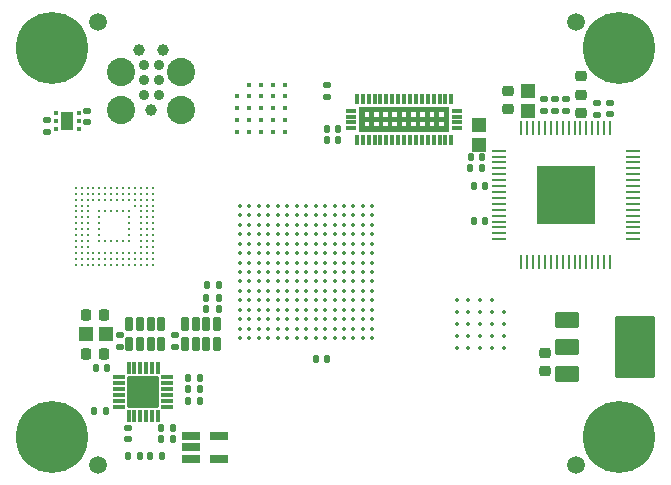
<source format=gts>
%TF.GenerationSoftware,KiCad,Pcbnew,9.0.6-9.0.6~ubuntu24.04.1*%
%TF.CreationDate,2025-11-03T07:43:40+01:00*%
%TF.ProjectId,BB3plus CM5 STM32H7 module,42423370-6c75-4732-9043-4d352053544d,rev?*%
%TF.SameCoordinates,Original*%
%TF.FileFunction,Soldermask,Top*%
%TF.FilePolarity,Negative*%
%FSLAX46Y46*%
G04 Gerber Fmt 4.6, Leading zero omitted, Abs format (unit mm)*
G04 Created by KiCad (PCBNEW 9.0.6-9.0.6~ubuntu24.04.1) date 2025-11-03 07:43:40*
%MOMM*%
%LPD*%
G01*
G04 APERTURE LIST*
G04 Aperture macros list*
%AMRoundRect*
0 Rectangle with rounded corners*
0 $1 Rounding radius*
0 $2 $3 $4 $5 $6 $7 $8 $9 X,Y pos of 4 corners*
0 Add a 4 corners polygon primitive as box body*
4,1,4,$2,$3,$4,$5,$6,$7,$8,$9,$2,$3,0*
0 Add four circle primitives for the rounded corners*
1,1,$1+$1,$2,$3*
1,1,$1+$1,$4,$5*
1,1,$1+$1,$6,$7*
1,1,$1+$1,$8,$9*
0 Add four rect primitives between the rounded corners*
20,1,$1+$1,$2,$3,$4,$5,0*
20,1,$1+$1,$4,$5,$6,$7,0*
20,1,$1+$1,$6,$7,$8,$9,0*
20,1,$1+$1,$8,$9,$2,$3,0*%
G04 Aperture macros list end*
%ADD10C,0.000000*%
%ADD11RoundRect,0.135000X0.135000X0.185000X-0.135000X0.185000X-0.135000X-0.185000X0.135000X-0.185000X0*%
%ADD12RoundRect,0.225000X-0.225000X-0.250000X0.225000X-0.250000X0.225000X0.250000X-0.225000X0.250000X0*%
%ADD13RoundRect,0.057252X0.556248X-0.506248X0.556248X0.506248X-0.556248X0.506248X-0.556248X-0.506248X0*%
%ADD14RoundRect,0.140000X-0.140000X-0.170000X0.140000X-0.170000X0.140000X0.170000X-0.140000X0.170000X0*%
%ADD15RoundRect,0.135000X-0.185000X0.135000X-0.185000X-0.135000X0.185000X-0.135000X0.185000X0.135000X0*%
%ADD16RoundRect,0.140000X0.170000X-0.140000X0.170000X0.140000X-0.170000X0.140000X-0.170000X-0.140000X0*%
%ADD17RoundRect,0.140000X0.140000X0.170000X-0.140000X0.170000X-0.140000X-0.170000X0.140000X-0.170000X0*%
%ADD18C,1.500000*%
%ADD19C,0.355600*%
%ADD20R,0.228600X1.143000*%
%ADD21R,1.143000X0.228600*%
%ADD22R,5.000000X5.000000*%
%ADD23RoundRect,0.225000X-0.250000X0.225000X-0.250000X-0.225000X0.250000X-0.225000X0.250000X0.225000X0*%
%ADD24C,0.370000*%
%ADD25R,0.300000X0.850000*%
%ADD26R,0.850000X0.300000*%
%ADD27RoundRect,0.135000X0.185000X-0.135000X0.185000X0.135000X-0.185000X0.135000X-0.185000X-0.135000X0*%
%ADD28C,0.228600*%
%ADD29RoundRect,0.225000X0.225000X0.250000X-0.225000X0.250000X-0.225000X-0.250000X0.225000X-0.250000X0*%
%ADD30RoundRect,0.057573X-0.971127X-0.590127X0.971127X-0.590127X0.971127X0.590127X-0.971127X0.590127X0*%
%ADD31RoundRect,0.053238X-1.610462X-2.562962X1.610462X-2.562962X1.610462X2.562962X-1.610462X2.562962X0*%
%ADD32RoundRect,0.140000X-0.170000X0.140000X-0.170000X-0.140000X0.170000X-0.140000X0.170000X0.140000X0*%
%ADD33RoundRect,0.135000X-0.135000X-0.185000X0.135000X-0.185000X0.135000X0.185000X-0.135000X0.185000X0*%
%ADD34R,0.449999X0.299999*%
%ADD35R,1.000000X1.599999*%
%ADD36RoundRect,0.063703X0.249797X0.499797X-0.249797X0.499797X-0.249797X-0.499797X0.249797X-0.499797X0*%
%ADD37C,2.387600*%
%ADD38C,0.990600*%
%ADD39RoundRect,0.457200X0.000010X-0.000010X0.000010X0.000010X-0.000010X0.000010X-0.000010X-0.000010X0*%
%ADD40RoundRect,0.062345X-0.737755X-0.280555X0.737755X-0.280555X0.737755X0.280555X-0.737755X0.280555X0*%
%ADD41RoundRect,0.057252X-0.506248X-0.556248X0.506248X-0.556248X0.506248X0.556248X-0.506248X0.556248X0*%
%ADD42RoundRect,0.225000X0.250000X-0.225000X0.250000X0.225000X-0.250000X0.225000X-0.250000X-0.225000X0*%
%ADD43RoundRect,0.076200X-0.114300X-0.419100X0.114300X-0.419100X0.114300X0.419100X-0.114300X0.419100X0*%
%ADD44RoundRect,0.076200X-0.419100X0.114300X-0.419100X-0.114300X0.419100X-0.114300X0.419100X0.114300X0*%
%ADD45RoundRect,0.053290X1.305610X-1.305610X1.305610X1.305610X-1.305610X1.305610X-1.305610X-1.305610X0*%
%ADD46C,6.100000*%
G04 APERTURE END LIST*
D10*
%TO.C,IC9*%
G36*
X131248500Y-81186300D02*
G01*
X123571500Y-81186300D01*
X123571500Y-80691500D01*
X131248500Y-80691500D01*
X131248500Y-81186300D01*
G37*
G36*
X131248500Y-81973700D02*
G01*
X123571500Y-81973700D01*
X123571500Y-81586300D01*
X131248500Y-81586300D01*
X131248500Y-81973700D01*
G37*
G36*
X124060400Y-82868500D02*
G01*
X123571500Y-82868500D01*
X123571500Y-80691500D01*
X124060400Y-80691500D01*
X124060400Y-82868500D01*
G37*
G36*
X131248500Y-82868500D02*
G01*
X123571500Y-82868500D01*
X123571500Y-82373700D01*
X131248500Y-82373700D01*
X131248500Y-82868500D01*
G37*
G36*
X124847800Y-82868500D02*
G01*
X124460400Y-82868500D01*
X124460400Y-80691500D01*
X124847800Y-80691500D01*
X124847800Y-82868500D01*
G37*
G36*
X125635200Y-82868500D02*
G01*
X125247800Y-82868500D01*
X125247800Y-80691500D01*
X125635200Y-80691500D01*
X125635200Y-82868500D01*
G37*
G36*
X126422600Y-82868500D02*
G01*
X126035200Y-82868500D01*
X126035200Y-80691500D01*
X126422600Y-80691500D01*
X126422600Y-82868500D01*
G37*
G36*
X127210000Y-82868500D02*
G01*
X126822600Y-82868500D01*
X126822600Y-80691500D01*
X127210000Y-80691500D01*
X127210000Y-82868500D01*
G37*
G36*
X127997400Y-82868500D02*
G01*
X127610000Y-82868500D01*
X127610000Y-80691500D01*
X127997400Y-80691500D01*
X127997400Y-82868500D01*
G37*
G36*
X128784800Y-82868500D02*
G01*
X128397400Y-82868500D01*
X128397400Y-80691500D01*
X128784800Y-80691500D01*
X128784800Y-82868500D01*
G37*
G36*
X129572200Y-82868500D02*
G01*
X129184800Y-82868500D01*
X129184800Y-80691500D01*
X129572200Y-80691500D01*
X129572200Y-82868500D01*
G37*
G36*
X130359600Y-82868500D02*
G01*
X129972200Y-82868500D01*
X129972200Y-80691500D01*
X130359600Y-80691500D01*
X130359600Y-82868500D01*
G37*
G36*
X131248500Y-82868500D02*
G01*
X130759600Y-82868500D01*
X130759600Y-80691500D01*
X131248500Y-80691500D01*
X131248500Y-82868500D01*
G37*
%TD*%
D11*
%TO.C,R2*%
X111700000Y-96890000D03*
X110680000Y-96890000D03*
%TD*%
D12*
%TO.C,C54*%
X100445000Y-98320000D03*
X101995000Y-98320000D03*
%TD*%
D13*
%TO.C,FB4*%
X133790000Y-83910000D03*
X133790000Y-82210000D03*
%TD*%
D11*
%TO.C,R21*%
X134000000Y-85850000D03*
X132980000Y-85850000D03*
%TD*%
D14*
%TO.C,C6*%
X119940000Y-102020000D03*
X120900000Y-102020000D03*
%TD*%
D15*
%TO.C,R6*%
X108010000Y-100000000D03*
X108010000Y-101020000D03*
%TD*%
D16*
%TO.C,C5*%
X100600000Y-82000000D03*
X100600000Y-81040000D03*
%TD*%
D17*
%TO.C,C62*%
X134265300Y-87416801D03*
X133305300Y-87416801D03*
%TD*%
D18*
%TO.C,FM1*%
X101500000Y-73500000D03*
%TD*%
D19*
%TO.C,IC7*%
X135849994Y-98095000D03*
X135849994Y-99095000D03*
X135849994Y-100095000D03*
X135849994Y-101095000D03*
X134849996Y-97095000D03*
X134849996Y-98095000D03*
X134849996Y-99095000D03*
X134849996Y-100095000D03*
X134849996Y-101095000D03*
X133849998Y-97095000D03*
X133849998Y-98095000D03*
X133849998Y-99095000D03*
X133849998Y-100095000D03*
X133849998Y-101095000D03*
X132850000Y-97095000D03*
X132850000Y-98095000D03*
X132850000Y-99095000D03*
X132850000Y-100095000D03*
X132850000Y-101095000D03*
X131850002Y-97095000D03*
X131850002Y-98095000D03*
X131850002Y-99095000D03*
X131850002Y-100095000D03*
X131850002Y-101095000D03*
%TD*%
D20*
%TO.C,IC8*%
X144840000Y-82493100D03*
X144340001Y-82493100D03*
X143840000Y-82493100D03*
X143340001Y-82493100D03*
X142839999Y-82493100D03*
X142340000Y-82493100D03*
X141840001Y-82493100D03*
X141340000Y-82493100D03*
X140840000Y-82493100D03*
X140339999Y-82493100D03*
X139840000Y-82493100D03*
X139340001Y-82493100D03*
X138839999Y-82493100D03*
X138340000Y-82493100D03*
X137839999Y-82493100D03*
X137340000Y-82493100D03*
D21*
X135413100Y-84420000D03*
X135413100Y-84919999D03*
X135413100Y-85420000D03*
X135413100Y-85919999D03*
X135413100Y-86420001D03*
X135413100Y-86920000D03*
X135413100Y-87419999D03*
X135413100Y-87920000D03*
X135413100Y-88420000D03*
X135413100Y-88920001D03*
X135413100Y-89420000D03*
X135413100Y-89919999D03*
X135413100Y-90420001D03*
X135413100Y-90920000D03*
X135413100Y-91420001D03*
X135413100Y-91920000D03*
D20*
X137340000Y-93846900D03*
X137839999Y-93846900D03*
X138340000Y-93846900D03*
X138839999Y-93846900D03*
X139340001Y-93846900D03*
X139840000Y-93846900D03*
X140339999Y-93846900D03*
X140840000Y-93846900D03*
X141340000Y-93846900D03*
X141840001Y-93846900D03*
X142340000Y-93846900D03*
X142839999Y-93846900D03*
X143340001Y-93846900D03*
X143840000Y-93846900D03*
X144340001Y-93846900D03*
X144840000Y-93846900D03*
D21*
X146766900Y-91920000D03*
X146766900Y-91420001D03*
X146766900Y-90920000D03*
X146766900Y-90420001D03*
X146766900Y-89919999D03*
X146766900Y-89420000D03*
X146766900Y-88920001D03*
X146766900Y-88420000D03*
X146766900Y-87920000D03*
X146766900Y-87419999D03*
X146766900Y-86920000D03*
X146766900Y-86420001D03*
X146766900Y-85919999D03*
X146766900Y-85420000D03*
X146766900Y-84919999D03*
X146766900Y-84420000D03*
D22*
X141090000Y-88170000D03*
%TD*%
D16*
%TO.C,C60*%
X144845300Y-81346801D03*
X144845300Y-80386801D03*
%TD*%
D23*
%TO.C,C1*%
X139347076Y-101520000D03*
X139347076Y-103070000D03*
%TD*%
D13*
%TO.C,FB3*%
X137870000Y-81070000D03*
X137870000Y-79370000D03*
%TD*%
D24*
%TO.C,IC10*%
X114300000Y-78830000D03*
X115300000Y-78830000D03*
X116300000Y-78830000D03*
X117300000Y-78830000D03*
X113300000Y-79830000D03*
X114300000Y-79830000D03*
X115300000Y-79830000D03*
X116300000Y-79830000D03*
X117300000Y-79830000D03*
X113300000Y-80830000D03*
X114300000Y-80830000D03*
X115300000Y-80830000D03*
X116300000Y-80830000D03*
X117300000Y-80830000D03*
X113300000Y-81830000D03*
X114300000Y-81830000D03*
X115300000Y-81830000D03*
X116300000Y-81830000D03*
X117300000Y-81830000D03*
X113300000Y-82830000D03*
X114300000Y-82830000D03*
X115300000Y-82830000D03*
X116300000Y-82830000D03*
X117300000Y-82830000D03*
%TD*%
D25*
%TO.C,IC9*%
X123410000Y-83505000D03*
X123909999Y-83505000D03*
X124410001Y-83505000D03*
X124910000Y-83505000D03*
X125409999Y-83505000D03*
X125910000Y-83505000D03*
X126409999Y-83505000D03*
X126910001Y-83505000D03*
X127410000Y-83505000D03*
X127909999Y-83505000D03*
X128410001Y-83505000D03*
X128910000Y-83505000D03*
X129410001Y-83505000D03*
X129910000Y-83505000D03*
X130409999Y-83505000D03*
X130910001Y-83505000D03*
X131410000Y-83505000D03*
D26*
X131885000Y-82530189D03*
X131885000Y-82030063D03*
X131885000Y-81529937D03*
X131885000Y-81029811D03*
D25*
X131410000Y-80055000D03*
X130910001Y-80055000D03*
X130409999Y-80055000D03*
X129910000Y-80055000D03*
X129410001Y-80055000D03*
X128910000Y-80055000D03*
X128410001Y-80055000D03*
X127909999Y-80055000D03*
X127410000Y-80055000D03*
X126910001Y-80055000D03*
X126409999Y-80055000D03*
X125910000Y-80055000D03*
X125409999Y-80055000D03*
X124910000Y-80055000D03*
X124410001Y-80055000D03*
X123909999Y-80055000D03*
X123410000Y-80055000D03*
D26*
X122935000Y-81029811D03*
X122935000Y-81529937D03*
X122935000Y-82030063D03*
X122935000Y-82530189D03*
%TD*%
D15*
%TO.C,R10*%
X103320700Y-100000000D03*
X103320700Y-101020000D03*
%TD*%
D17*
%TO.C,C68*%
X121820000Y-82580000D03*
X120860000Y-82580000D03*
%TD*%
%TO.C,C50*%
X107810700Y-108830000D03*
X106850700Y-108830000D03*
%TD*%
D27*
%TO.C,R22*%
X141120000Y-81090000D03*
X141120000Y-80070000D03*
%TD*%
D18*
%TO.C,FM3*%
X101500000Y-111000000D03*
%TD*%
D28*
%TO.C,IC5*%
X106110819Y-87569181D03*
X105610693Y-87569181D03*
X105110567Y-87569181D03*
X104610441Y-87569181D03*
X104110315Y-87569181D03*
X103610189Y-87569181D03*
X103110063Y-87569181D03*
X102609937Y-87569181D03*
X102109811Y-87569181D03*
X101609685Y-87569181D03*
X101109559Y-87569181D03*
X100609433Y-87569181D03*
X100109307Y-87569181D03*
X99609181Y-87569181D03*
X106110819Y-88069307D03*
X104610441Y-88069307D03*
X104110315Y-88069307D03*
X103610189Y-88069307D03*
X103110063Y-88069307D03*
X102609937Y-88069307D03*
X102109811Y-88069307D03*
X101609685Y-88069307D03*
X101109559Y-88069307D03*
X100609433Y-88069307D03*
X99609181Y-88069307D03*
X105110567Y-88569433D03*
X104610441Y-88569433D03*
X104110315Y-88569433D03*
X103610189Y-88569433D03*
X102609937Y-88569433D03*
X102109811Y-88569433D03*
X101609685Y-88569433D03*
X101109559Y-88569433D03*
X100609433Y-88569433D03*
X100109307Y-88569433D03*
X104610441Y-89069559D03*
X105110567Y-89569685D03*
X100109307Y-90069811D03*
X105610693Y-90569937D03*
X105110567Y-90569937D03*
X100609433Y-90569937D03*
X100109307Y-90569937D03*
X106110819Y-91070063D03*
X105610693Y-91070063D03*
X105110567Y-91070063D03*
X100609433Y-91070063D03*
X100109307Y-91070063D03*
X99609181Y-91070063D03*
X106110819Y-91570189D03*
X105610693Y-91570189D03*
X105110567Y-91570189D03*
X100609433Y-91570189D03*
X100109307Y-91570189D03*
X99609181Y-91570189D03*
X106110819Y-92070315D03*
X105610693Y-92070315D03*
X105110567Y-92070315D03*
X100609433Y-92070315D03*
X100109307Y-92070315D03*
X106110819Y-92570441D03*
X105610693Y-92570441D03*
X105110567Y-92570441D03*
X100609433Y-92570441D03*
X100109307Y-92570441D03*
X99609181Y-92570441D03*
X106110819Y-93070567D03*
X105610693Y-93070567D03*
X105110567Y-93070567D03*
X104610441Y-93070567D03*
X104110315Y-93070567D03*
X103610189Y-93070567D03*
X103110063Y-93070567D03*
X102609937Y-93070567D03*
X102109811Y-93070567D03*
X101609685Y-93070567D03*
X101109559Y-93070567D03*
X100609433Y-93070567D03*
X100109307Y-93070567D03*
X99609181Y-93070567D03*
X106110819Y-93570693D03*
X105610693Y-93570693D03*
X105110567Y-93570693D03*
X104610441Y-93570693D03*
X104110315Y-93570693D03*
X103610189Y-93570693D03*
X103110063Y-93570693D03*
X102609937Y-93570693D03*
X102109811Y-93570693D03*
X101609685Y-93570693D03*
X101109559Y-93570693D03*
X100609433Y-93570693D03*
X100109307Y-93570693D03*
X99609181Y-93570693D03*
X106110819Y-94070819D03*
X105610693Y-94070819D03*
X105110567Y-94070819D03*
X104610441Y-94070819D03*
X104110315Y-94070819D03*
X103610189Y-94070819D03*
X103110063Y-94070819D03*
X102609937Y-94070819D03*
X102109811Y-94070819D03*
X101609685Y-94070819D03*
X101109559Y-94070819D03*
X100609433Y-94070819D03*
X100109307Y-94070819D03*
X99609181Y-94070819D03*
X106110819Y-88569433D03*
X106110819Y-89069559D03*
X106110819Y-89569685D03*
X106110819Y-90069811D03*
X106110819Y-90569937D03*
X105610693Y-88069307D03*
X105610693Y-88569433D03*
X105610693Y-89069559D03*
X105610693Y-89569685D03*
X105610693Y-90069811D03*
X105110567Y-88069307D03*
X105110567Y-89069559D03*
X105110567Y-90069811D03*
X104110315Y-89569685D03*
X104110315Y-90069811D03*
X104110315Y-90569937D03*
X104110315Y-91070063D03*
X104110315Y-91570189D03*
X104110315Y-92070315D03*
X103610189Y-89569685D03*
X103610189Y-92070315D03*
X103110063Y-88569433D03*
X103110063Y-89569685D03*
X103110063Y-92070315D03*
X102609937Y-89569685D03*
X102609937Y-92070315D03*
X102109811Y-89569685D03*
X102109811Y-92070315D03*
X101609685Y-89569685D03*
X101609685Y-90069811D03*
X101609685Y-90569937D03*
X101609685Y-91070063D03*
X101609685Y-91570189D03*
X101609685Y-92070315D03*
X100609433Y-89069559D03*
X100609433Y-89569685D03*
X100609433Y-90069811D03*
X100109307Y-88069307D03*
X100109307Y-89069559D03*
X100109307Y-89569685D03*
X99609181Y-88569433D03*
X99609181Y-89069559D03*
X99609181Y-89569685D03*
X99609181Y-90069811D03*
X99609181Y-90569937D03*
X99609181Y-92070315D03*
%TD*%
D29*
%TO.C,C53*%
X102002000Y-101610000D03*
X100452000Y-101610000D03*
%TD*%
D14*
%TO.C,C49*%
X106850700Y-107910000D03*
X107810700Y-107910000D03*
%TD*%
D30*
%TO.C,IC1*%
X141207076Y-98718600D03*
X141207076Y-101030000D03*
X141207076Y-103341400D03*
D31*
X146972876Y-101030000D03*
%TD*%
D18*
%TO.C,FM2*%
X142000000Y-73500000D03*
%TD*%
D32*
%TO.C,C51*%
X104040000Y-107880000D03*
X104040000Y-108840000D03*
%TD*%
D18*
%TO.C,FM4*%
X142000000Y-111000000D03*
%TD*%
D33*
%TO.C,R9*%
X109120000Y-105580000D03*
X110140000Y-105580000D03*
%TD*%
D11*
%TO.C,R12*%
X106940000Y-110240000D03*
X105920000Y-110240000D03*
%TD*%
D17*
%TO.C,C61*%
X134000000Y-84926801D03*
X133040000Y-84926801D03*
%TD*%
%TO.C,C52*%
X102290000Y-102810000D03*
X101330000Y-102810000D03*
%TD*%
D34*
%TO.C,IC4*%
X99869998Y-82570000D03*
X99869998Y-81919999D03*
X99869998Y-81270000D03*
X97920000Y-81270000D03*
X97920000Y-81919999D03*
X97920000Y-82570000D03*
D35*
X98894999Y-81919999D03*
%TD*%
D36*
%TO.C,RN2*%
X111550000Y-99130000D03*
X110650000Y-99130000D03*
X109750000Y-99130000D03*
X108850000Y-99130000D03*
X108850000Y-100830000D03*
X109750000Y-100830000D03*
X110650000Y-100830000D03*
X111550000Y-100830000D03*
%TD*%
D17*
%TO.C,C67*%
X121820000Y-83500000D03*
X120860000Y-83500000D03*
%TD*%
D27*
%TO.C,R20*%
X143770000Y-81390000D03*
X143770000Y-80370000D03*
%TD*%
D11*
%TO.C,R1*%
X111700000Y-97840000D03*
X110680000Y-97840000D03*
%TD*%
D16*
%TO.C,C2*%
X97190000Y-82810000D03*
X97190000Y-81850000D03*
%TD*%
D37*
%TO.C,X1*%
X103460000Y-80955000D03*
D38*
X106000000Y-80955000D03*
D37*
X108540000Y-80955000D03*
X103460000Y-77780000D03*
X108540000Y-77780000D03*
D38*
X104984000Y-75875000D03*
X107016000Y-75875000D03*
D39*
X106635000Y-79685000D03*
X105365000Y-79685000D03*
X106635000Y-78415000D03*
X105365000Y-78415000D03*
X106635000Y-77145000D03*
X105365000Y-77145000D03*
%TD*%
D40*
%TO.C,IC2*%
X109380000Y-108600000D03*
X109380000Y-109550000D03*
X109380000Y-110500000D03*
X111767600Y-110500000D03*
X111767600Y-108600000D03*
%TD*%
D15*
%TO.C,R24*%
X120910000Y-78820000D03*
X120910000Y-79840000D03*
%TD*%
D17*
%TO.C,C64*%
X134265300Y-90406801D03*
X133305300Y-90406801D03*
%TD*%
D11*
%TO.C,R11*%
X102160000Y-106440000D03*
X101140000Y-106440000D03*
%TD*%
D33*
%TO.C,R8*%
X109120000Y-104640000D03*
X110140000Y-104640000D03*
%TD*%
D41*
%TO.C,FB2*%
X100453000Y-99960000D03*
X102153000Y-99960000D03*
%TD*%
D42*
%TO.C,JP1*%
X142410000Y-81220000D03*
X142410000Y-79670000D03*
X142410000Y-78120000D03*
%TD*%
D43*
%TO.C,IC6*%
X104080000Y-106859300D03*
X104580000Y-106859300D03*
X105080000Y-106859300D03*
X105580000Y-106859300D03*
X106080000Y-106859300D03*
X106580000Y-106859300D03*
D44*
X107349300Y-106090000D03*
X107349300Y-105590000D03*
X107349300Y-105090000D03*
X107349300Y-104590000D03*
X107349300Y-104090000D03*
X107349300Y-103590000D03*
D43*
X106580000Y-102820700D03*
X106080000Y-102820700D03*
X105580000Y-102820700D03*
X105080000Y-102820700D03*
X104580000Y-102820700D03*
X104080000Y-102820700D03*
D44*
X103310700Y-103590000D03*
X103310700Y-104090000D03*
X103310700Y-104590000D03*
X103310700Y-105090000D03*
X103310700Y-105590000D03*
X103310700Y-106090000D03*
D45*
X105330000Y-104840000D03*
%TD*%
D15*
%TO.C,R19*%
X140184700Y-80070000D03*
X140184700Y-81090000D03*
%TD*%
D23*
%TO.C,C66*%
X136220000Y-79360000D03*
X136220000Y-80910000D03*
%TD*%
D33*
%TO.C,R13*%
X104060000Y-110240000D03*
X105080000Y-110240000D03*
%TD*%
D11*
%TO.C,R3*%
X111710000Y-95760000D03*
X110690000Y-95760000D03*
%TD*%
%TO.C,R7*%
X110140000Y-103700000D03*
X109120000Y-103700000D03*
%TD*%
D36*
%TO.C,RN1*%
X106860000Y-99130000D03*
X105960000Y-99130000D03*
X105060000Y-99130000D03*
X104160000Y-99130000D03*
X104160000Y-100830000D03*
X105060000Y-100830000D03*
X105960000Y-100830000D03*
X106860000Y-100830000D03*
%TD*%
D46*
%TO.C,SoM1*%
X97600000Y-108700000D03*
X145600000Y-108700000D03*
X97600000Y-75700000D03*
X145600000Y-75700000D03*
%TD*%
D16*
%TO.C,C63*%
X139260000Y-81040000D03*
X139260000Y-80080000D03*
%TD*%
D19*
%TO.C,IC3*%
X113520003Y-100293012D03*
X113520003Y-99493012D03*
X113520003Y-98693013D03*
X113520003Y-97893013D03*
X113520003Y-97093013D03*
X113520003Y-96293013D03*
X113520003Y-95493013D03*
X113520003Y-94693013D03*
X113520003Y-93893013D03*
X113520003Y-93093013D03*
X113520003Y-92293013D03*
X113520003Y-91493013D03*
X113520003Y-90693013D03*
X113520003Y-89893014D03*
X113520003Y-89093014D03*
X114320003Y-100293012D03*
X114320003Y-99493012D03*
X114320003Y-98693013D03*
X114320003Y-97893013D03*
X114320003Y-97093013D03*
X114320003Y-96293013D03*
X114320003Y-95493013D03*
X114320003Y-94693013D03*
X114320003Y-93893013D03*
X114320003Y-93093013D03*
X114320003Y-92293013D03*
X114320003Y-91493013D03*
X114320003Y-90693013D03*
X114320003Y-89893014D03*
X114320003Y-89093014D03*
X115120002Y-100293012D03*
X115120002Y-99493012D03*
X115120002Y-98693013D03*
X115120002Y-97893013D03*
X115120002Y-97093013D03*
X115120002Y-96293013D03*
X115120002Y-95493013D03*
X115120002Y-94693013D03*
X115120002Y-93893013D03*
X115120002Y-93093013D03*
X115120002Y-92293013D03*
X115120002Y-91493013D03*
X115120002Y-90693013D03*
X115120002Y-89893014D03*
X115120002Y-89093014D03*
X115920002Y-100293012D03*
X115920002Y-99493012D03*
X115920002Y-98693013D03*
X115920002Y-97893013D03*
X115920002Y-97093013D03*
X115920002Y-96293013D03*
X115920002Y-95493013D03*
X115920002Y-94693013D03*
X115920002Y-93893013D03*
X115920002Y-93093013D03*
X115920002Y-92293013D03*
X115920002Y-91493013D03*
X115920002Y-90693013D03*
X115920002Y-89893014D03*
X115920002Y-89093014D03*
X116720002Y-100293012D03*
X116720002Y-99493012D03*
X116720002Y-98693013D03*
X116720002Y-97893013D03*
X116720002Y-97093013D03*
X116720002Y-96293013D03*
X116720002Y-95493013D03*
X116720002Y-94693013D03*
X116720002Y-93893013D03*
X116720002Y-93093013D03*
X116720002Y-92293013D03*
X116720002Y-91493013D03*
X116720002Y-90693013D03*
X116720002Y-89893014D03*
X116720002Y-89093014D03*
X117520002Y-100293012D03*
X117520002Y-99493012D03*
X117520002Y-98693013D03*
X117520002Y-97893013D03*
X117520002Y-97093013D03*
X117520002Y-96293013D03*
X117520002Y-95493013D03*
X117520002Y-94693013D03*
X117520002Y-93893013D03*
X117520002Y-93093013D03*
X117520002Y-92293013D03*
X117520002Y-91493013D03*
X117520002Y-90693013D03*
X117520002Y-89893014D03*
X117520002Y-89093014D03*
X118320002Y-100293012D03*
X118320002Y-99493012D03*
X118320002Y-98693013D03*
X118320002Y-97893013D03*
X118320002Y-97093013D03*
X118320002Y-96293013D03*
X118320002Y-95493013D03*
X118320002Y-94693013D03*
X118320002Y-93893013D03*
X118320002Y-93093013D03*
X118320002Y-92293013D03*
X118320002Y-91493013D03*
X118320002Y-90693013D03*
X118320002Y-89893014D03*
X118320002Y-89093014D03*
X119120002Y-100293012D03*
X119120002Y-99493012D03*
X119120002Y-98693013D03*
X119120002Y-97893013D03*
X119120002Y-97093013D03*
X119120002Y-96293013D03*
X119120002Y-95493013D03*
X119120002Y-94693013D03*
X119120002Y-93893013D03*
X119120002Y-93093013D03*
X119120002Y-92293013D03*
X119120002Y-91493013D03*
X119120002Y-90693013D03*
X119120002Y-89893014D03*
X119120002Y-89093014D03*
X119920002Y-100293012D03*
X119920002Y-99493012D03*
X119920002Y-98693013D03*
X119920002Y-97893013D03*
X119920002Y-97093013D03*
X119920002Y-96293013D03*
X119920002Y-95493013D03*
X119920002Y-94693013D03*
X119920002Y-93893013D03*
X119920002Y-93093013D03*
X119920002Y-92293013D03*
X119920002Y-91493013D03*
X119920002Y-90693013D03*
X119920002Y-89893014D03*
X119920002Y-89093014D03*
X120720002Y-100293012D03*
X120720002Y-99493012D03*
X120720002Y-98693013D03*
X120720002Y-97893013D03*
X120720002Y-97093013D03*
X120720002Y-96293013D03*
X120720002Y-95493013D03*
X120720002Y-94693013D03*
X120720002Y-93893013D03*
X120720002Y-93093013D03*
X120720002Y-92293013D03*
X120720002Y-91493013D03*
X120720002Y-90693013D03*
X120720002Y-89893014D03*
X120720002Y-89093014D03*
X121520002Y-100293012D03*
X121520002Y-99493012D03*
X121520002Y-98693013D03*
X121520002Y-97893013D03*
X121520002Y-97093013D03*
X121520002Y-96293013D03*
X121520002Y-95493013D03*
X121520002Y-94693013D03*
X121520002Y-93893013D03*
X121520002Y-93093013D03*
X121520002Y-92293013D03*
X121520002Y-91493013D03*
X121520002Y-90693013D03*
X121520002Y-89893014D03*
X121520002Y-89093014D03*
X122320002Y-100293012D03*
X122320002Y-99493012D03*
X122320002Y-98693013D03*
X122320002Y-97893013D03*
X122320002Y-97093013D03*
X122320002Y-96293013D03*
X122320002Y-95493013D03*
X122320002Y-94693013D03*
X122320002Y-93893013D03*
X122320002Y-93093013D03*
X122320002Y-92293013D03*
X122320002Y-91493013D03*
X122320002Y-90693013D03*
X122320002Y-89893014D03*
X122320002Y-89093014D03*
X123120002Y-100293012D03*
X123120002Y-99493012D03*
X123120002Y-98693013D03*
X123120002Y-97893013D03*
X123120002Y-97093013D03*
X123120002Y-96293013D03*
X123120002Y-95493013D03*
X123120002Y-94693013D03*
X123120002Y-93893013D03*
X123120002Y-93093013D03*
X123120002Y-92293013D03*
X123120002Y-91493013D03*
X123120002Y-90693013D03*
X123120002Y-89893014D03*
X123120002Y-89093014D03*
X123920001Y-100293012D03*
X123920001Y-99493012D03*
X123920001Y-98693013D03*
X123920001Y-97893013D03*
X123920001Y-97093013D03*
X123920001Y-96293013D03*
X123920001Y-95493013D03*
X123920001Y-94693013D03*
X123920001Y-93893013D03*
X123920001Y-93093013D03*
X123920001Y-92293013D03*
X123920001Y-91493013D03*
X123920001Y-90693013D03*
X123920001Y-89893014D03*
X123920001Y-89093014D03*
X124720001Y-100293012D03*
X124720001Y-99493012D03*
X124720001Y-98693013D03*
X124720001Y-97893013D03*
X124720001Y-97093013D03*
X124720001Y-96293013D03*
X124720001Y-95493013D03*
X124720001Y-94693013D03*
X124720001Y-93893013D03*
X124720001Y-93093013D03*
X124720001Y-92293013D03*
X124720001Y-91493013D03*
X124720001Y-90693013D03*
X124720001Y-89893014D03*
X124720001Y-89093014D03*
%TD*%
M02*

</source>
